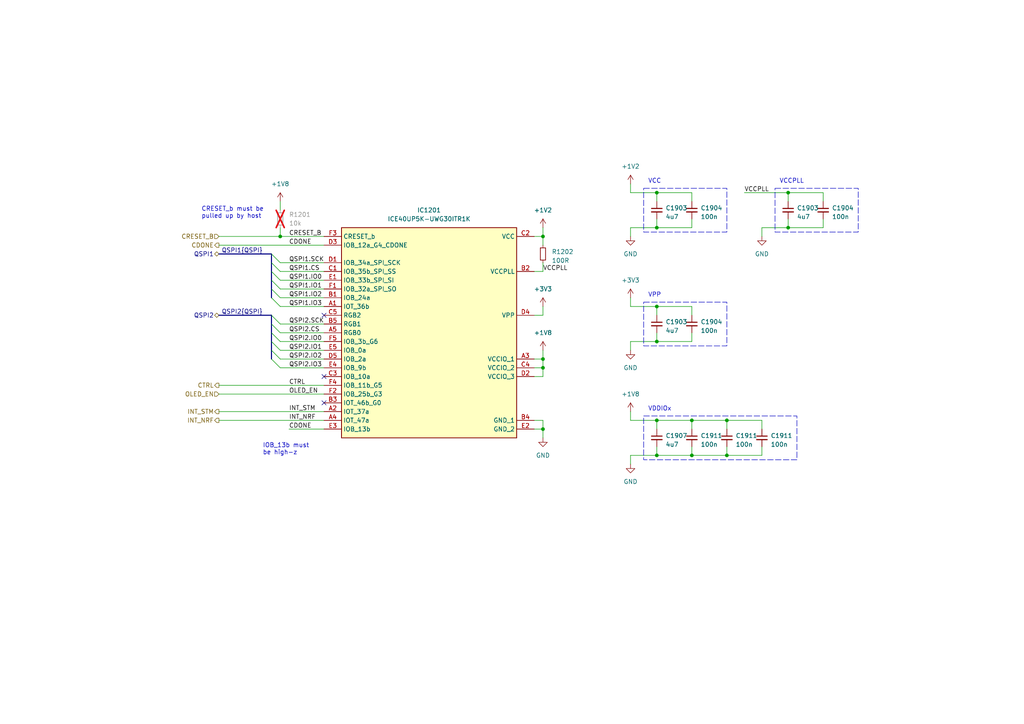
<source format=kicad_sch>
(kicad_sch (version 20230121) (generator eeschema)
  (paper "A4")
  (title_block (title "Watch FPGA") (date "2023-12-21") (rev "1") (comment 1 "Checked by Ben Smith 21/12/23"))
  (lib_symbols
    (symbol "Device:C_Small" (pin_numbers hide) (pin_names (offset 0.254) hide)
      (property "Reference" "C" (at 0.254 1.778 0))
      (property "Value" "C_Small" (at 0.254 -2.032 0))
      (symbol "C_Small_0_1"
        (polyline (pts (xy -1.524 -0.508) (xy 1.524 -0.508)) (stroke (width 0.3302)))
        (polyline (pts (xy -1.524 0.508) (xy 1.524 0.508)) (stroke (width 0.3048)))
      )
      (symbol "C_Small_1_1"
        (pin passive line (at 0 2.54 270) (length 2.032) (name "~") (number "1"))
        (pin passive line (at 0 -2.54 90) (length 2.032) (name "~") (number "2"))
      )
    )
    (symbol "Device:R_Small" (pin_numbers hide) (pin_names (offset 0.254) hide)
      (property "Reference" "R" (at 0.762 0.508 0))
      (property "Value" "R_Small" (at 0.762 -1.016 0))
      (symbol "R_Small_0_1"
        (rectangle (start -0.762 1.778) (end 0.762 -1.778) (stroke (width 0.2032)))
      )
      (symbol "R_Small_1_1"
        (pin passive line (at 0 2.54 270) (length 0.762) (name "~") (number "1"))
        (pin passive line (at 0 -2.54 90) (length 0.762) (name "~") (number "2"))
      )
    )
    (symbol "ICE40UP5K-UWG30ITR1K:ICE40UP5K-UWG30ITR1K"
      (property "Reference" "IC" (at 0 33.02 0))
      (property "Value" "ICE40UP5K-UWG30ITR1K" (at 0 30.48 0))
      (symbol "ICE40UP5K-UWG30ITR1K_1_1"
        (rectangle (start -25.4 27.94) (end 25.4 -33.02) (stroke (width 0.254)) (fill (type background)))
        (pin passive line (at -30.48 5.08 0) (length 5.08) (name "IOT_36b") (number "A1"))
        (pin passive line (at -30.48 -25.4 0) (length 5.08) (name "IOT_37a") (number "A2"))
        (pin passive line (at 30.48 -10.16 180) (length 5.08) (name "VCCIO_1") (number "A3"))
        (pin passive line (at -30.48 -27.94 0) (length 5.08) (name "IOT_47a") (number "A4"))
        (pin passive line (at -30.48 -2.54 0) (length 5.08) (name "RGB0") (number "A5"))
        (pin passive line (at -30.48 7.62 0) (length 5.08) (name "IOB_24a") (number "B1"))
        (pin passive line (at 30.48 15.24 180) (length 5.08) (name "VCCPLL") (number "B2"))
        (pin passive line (at -30.48 -22.86 0) (length 5.08) (name "IOT_46b_G0") (number "B3"))
        (pin passive line (at 30.48 -27.94 180) (length 5.08) (name "GND_1") (number "B4"))
        (pin passive line (at -30.48 0 0) (length 5.08) (name "RGB1") (number "B5"))
        (pin passive line (at -30.48 15.24 0) (length 5.08) (name "IOB_35b_SPI_SS") (number "C1"))
        (pin passive line (at 30.48 25.4 180) (length 5.08) (name "VCC") (number "C2"))
        (pin passive line (at -30.48 -15.24 0) (length 5.08) (name "IOB_10a") (number "C3"))
        (pin passive line (at 30.48 -12.7 180) (length 5.08) (name "VCCIO_2") (number "C4"))
        (pin passive line (at -30.48 2.54 0) (length 5.08) (name "RGB2") (number "C5"))
        (pin passive line (at -30.48 17.78 0) (length 5.08) (name "IOB_34a_SPI_SCK") (number "D1"))
        (pin passive line (at 30.48 -15.24 180) (length 5.08) (name "VCCIO_3") (number "D2"))
        (pin passive line (at -30.48 22.86 0) (length 5.08) (name "IOB_12a_G4_CDONE") (number "D3"))
        (pin passive line (at 30.48 2.54 180) (length 5.08) (name "VPP") (number "D4"))
        (pin passive line (at -30.48 -10.16 0) (length 5.08) (name "IOB_2a") (number "D5"))
        (pin passive line (at -30.48 12.7 0) (length 5.08) (name "IOB_33b_SPI_SI") (number "E1"))
        (pin passive line (at 30.48 -30.48 180) (length 5.08) (name "GND_2") (number "E2"))
        (pin passive line (at -30.48 -30.48 0) (length 5.08) (name "IOB_13b") (number "E3"))
        (pin passive line (at -30.48 -12.7 0) (length 5.08) (name "IOB_9b") (number "E4"))
        (pin passive line (at -30.48 -7.62 0) (length 5.08) (name "IOB_0a") (number "E5"))
        (pin passive line (at -30.48 10.16 0) (length 5.08) (name "IOB_32a_SPI_SO") (number "F1"))
        (pin passive line (at -30.48 -20.32 0) (length 5.08) (name "IOB_25b_G3") (number "F2"))
        (pin passive line (at -30.48 25.4 0) (length 5.08) (name "CRESET_b") (number "F3"))
        (pin passive line (at -30.48 -17.78 0) (length 5.08) (name "IOB_11b_G5") (number "F4"))
        (pin passive line (at -30.48 -5.08 0) (length 5.08) (name "IOB_3b_G6") (number "F5"))
      )
    )
    (symbol "power:+1V2" (power) (pin_names (offset 0))
      (property "Value" "+1V2" (at 0 3.556 0))
      (symbol "+1V2_0_1"
        (polyline (pts (xy -0.762 1.27) (xy 0 2.54)))
        (polyline (pts (xy 0 0) (xy 0 2.54)))
        (polyline (pts (xy 0 2.54) (xy 0.762 1.27)))
      )
      (symbol "+1V2_1_1"
        (pin power_in line (at 0 0 90) (length 0) hide (name "+1V2") (number "1"))
      )
    )
    (symbol "power:+1V8" (power) (pin_names (offset 0))
      (property "Value" "+1V8" (at 0 3.556 0))
      (symbol "+1V8_0_1"
        (polyline (pts (xy -0.762 1.27) (xy 0 2.54)))
        (polyline (pts (xy 0 0) (xy 0 2.54)))
        (polyline (pts (xy 0 2.54) (xy 0.762 1.27)))
      )
      (symbol "+1V8_1_1"
        (pin power_in line (at 0 0 90) (length 0) hide (name "+1V8") (number "1"))
      )
    )
    (symbol "power:+3V3" (power) (pin_names (offset 0))
      (property "Value" "+3V3" (at 0 3.556 0))
      (symbol "+3V3_0_1"
        (polyline (pts (xy -0.762 1.27) (xy 0 2.54)))
        (polyline (pts (xy 0 0) (xy 0 2.54)))
        (polyline (pts (xy 0 2.54) (xy 0.762 1.27)))
      )
      (symbol "+3V3_1_1"
        (pin power_in line (at 0 0 90) (length 0) hide (name "+3V3") (number "1"))
      )
    )
    (symbol "power:GND" (power) (pin_names (offset 0))
      (property "Value" "GND" (at 0 -3.81 0))
      (symbol "GND_0_1"
        (polyline (pts (xy 0 0) (xy 0 -1.27) (xy 1.27 -1.27) (xy 0 -2.54) (xy -1.27 -1.27) (xy 0 -1.27)))
      )
      (symbol "GND_1_1"
        (pin power_in line (at 0 0 270) (length 0) hide (name "GND") (number "1"))
      )
    )
  )
  (junction (at 200.66 132.08))
  (junction (at 157.48 106.68))
  (junction (at 190.5 55.88))
  (junction (at 190.5 88.9))
  (junction (at 228.6 66.04))
  (junction (at 190.5 99.06))
  (junction (at 228.6 55.88))
  (junction (at 157.48 104.14))
  (junction (at 157.48 124.46))
  (junction (at 190.5 132.08))
  (junction (at 190.5 121.92))
  (junction (at 210.82 132.08))
  (junction (at 200.66 121.92))
  (junction (at 157.48 68.58))
  (junction (at 210.82 121.92))
  (junction (at 190.5 66.04))
  (junction (at 81.28 68.58))
  (no_connect (at 93.98 91.44))
  (no_connect (at 93.98 109.22))
  (no_connect (at 93.98 116.84))
  (bus_entry (at 78.74 96.52) (size 2.54 2.54))
  (bus_entry (at 78.74 83.82) (size 2.54 2.54))
  (bus_entry (at 78.74 81.28) (size 2.54 2.54))
  (bus_entry (at 78.74 78.74) (size 2.54 2.54))
  (bus_entry (at 78.74 101.6) (size 2.54 2.54))
  (bus_entry (at 78.74 99.06) (size 2.54 2.54))
  (bus_entry (at 78.74 93.98) (size 2.54 2.54))
  (bus_entry (at 78.74 91.44) (size 2.54 2.54))
  (bus_entry (at 81.28 88.9) (size -2.54 -2.54))
  (bus_entry (at 78.74 73.66) (size 2.54 2.54))
  (bus_entry (at 78.74 76.2) (size 2.54 2.54))
  (bus_entry (at 81.28 106.68) (size -2.54 -2.54))
  (wire (pts (xy 81.28 99.06) (xy 93.98 99.06)))
  (wire (pts (xy 81.28 81.28) (xy 93.98 81.28)))
  (wire (pts (xy 81.28 66.04) (xy 81.28 68.58)))
  (wire (pts (xy 157.48 121.92) (xy 157.48 124.46)))
  (wire (pts (xy 200.66 132.08) (xy 190.5 132.08)))
  (wire (pts (xy 157.48 124.46) (xy 154.94 124.46)))
  (wire (pts (xy 228.6 66.04) (xy 228.6 63.5)))
  (bus (pts (xy 78.74 91.44) (xy 63.5 91.44)))
  (wire (pts (xy 200.66 66.04) (xy 190.5 66.04)))
  (wire (pts (xy 210.82 124.46) (xy 210.82 121.92)))
  (bus (pts (xy 78.74 83.82) (xy 78.74 86.36)))
  (bus (pts (xy 78.74 91.44) (xy 78.74 93.98)))
  (wire (pts (xy 81.28 76.2) (xy 93.98 76.2)))
  (wire (pts (xy 228.6 55.88) (xy 238.76 55.88)))
  (wire (pts (xy 182.88 134.62) (xy 182.88 132.08)))
  (wire (pts (xy 81.28 88.9) (xy 93.98 88.9)))
  (wire (pts (xy 190.5 129.54) (xy 190.5 132.08)))
  (wire (pts (xy 220.98 121.92) (xy 220.98 124.46)))
  (wire (pts (xy 154.94 91.44) (xy 157.48 91.44)))
  (bus (pts (xy 78.74 93.98) (xy 78.74 96.52)))
  (wire (pts (xy 220.98 132.08) (xy 210.82 132.08)))
  (wire (pts (xy 154.94 78.74) (xy 157.48 78.74)))
  (wire (pts (xy 157.48 76.2) (xy 157.48 78.74)))
  (wire (pts (xy 190.5 99.06) (xy 190.5 96.52)))
  (wire (pts (xy 83.82 124.46) (xy 93.98 124.46)))
  (wire (pts (xy 81.28 101.6) (xy 93.98 101.6)))
  (wire (pts (xy 63.5 71.12) (xy 93.98 71.12)))
  (wire (pts (xy 220.98 68.58) (xy 220.98 66.04)))
  (wire (pts (xy 182.88 68.58) (xy 182.88 66.04)))
  (wire (pts (xy 154.94 68.58) (xy 157.48 68.58)))
  (wire (pts (xy 182.88 55.88) (xy 190.5 55.88)))
  (bus (pts (xy 78.74 78.74) (xy 78.74 81.28)))
  (wire (pts (xy 190.5 55.88) (xy 190.5 58.42)))
  (wire (pts (xy 182.88 132.08) (xy 190.5 132.08)))
  (wire (pts (xy 154.94 109.22) (xy 157.48 109.22)))
  (wire (pts (xy 182.88 101.6) (xy 182.88 99.06)))
  (wire (pts (xy 157.48 68.58) (xy 157.48 71.12)))
  (wire (pts (xy 182.88 86.36) (xy 182.88 88.9)))
  (wire (pts (xy 190.5 55.88) (xy 200.66 55.88)))
  (wire (pts (xy 190.5 121.92) (xy 190.5 124.46)))
  (wire (pts (xy 200.66 58.42) (xy 200.66 55.88)))
  (wire (pts (xy 190.5 88.9) (xy 200.66 88.9)))
  (wire (pts (xy 154.94 121.92) (xy 157.48 121.92)))
  (wire (pts (xy 200.66 63.5) (xy 200.66 66.04)))
  (bus (pts (xy 78.74 81.28) (xy 78.74 83.82)))
  (wire (pts (xy 182.88 53.34) (xy 182.88 55.88)))
  (wire (pts (xy 81.28 68.58) (xy 93.98 68.58)))
  (wire (pts (xy 200.66 121.92) (xy 200.66 124.46)))
  (bus (pts (xy 78.74 96.52) (xy 78.74 99.06)))
  (wire (pts (xy 81.28 58.42) (xy 81.28 60.96)))
  (wire (pts (xy 182.88 66.04) (xy 190.5 66.04)))
  (wire (pts (xy 157.48 109.22) (xy 157.48 106.68)))
  (wire (pts (xy 182.88 121.92) (xy 190.5 121.92)))
  (wire (pts (xy 238.76 66.04) (xy 228.6 66.04)))
  (wire (pts (xy 200.66 91.44) (xy 200.66 88.9)))
  (wire (pts (xy 200.66 99.06) (xy 190.5 99.06)))
  (wire (pts (xy 210.82 132.08) (xy 200.66 132.08)))
  (wire (pts (xy 200.66 96.52) (xy 200.66 99.06)))
  (wire (pts (xy 81.28 106.68) (xy 93.98 106.68)))
  (wire (pts (xy 182.88 88.9) (xy 190.5 88.9)))
  (wire (pts (xy 81.28 83.82) (xy 93.98 83.82)))
  (wire (pts (xy 190.5 121.92) (xy 200.66 121.92)))
  (wire (pts (xy 238.76 58.42) (xy 238.76 55.88)))
  (bus (pts (xy 78.74 76.2) (xy 78.74 78.74)))
  (wire (pts (xy 63.5 121.92) (xy 93.98 121.92)))
  (wire (pts (xy 220.98 66.04) (xy 228.6 66.04)))
  (wire (pts (xy 81.28 93.98) (xy 93.98 93.98)))
  (wire (pts (xy 182.88 119.38) (xy 182.88 121.92)))
  (wire (pts (xy 81.28 78.74) (xy 93.98 78.74)))
  (wire (pts (xy 210.82 121.92) (xy 220.98 121.92)))
  (wire (pts (xy 157.48 106.68) (xy 157.48 104.14)))
  (wire (pts (xy 200.66 121.92) (xy 210.82 121.92)))
  (wire (pts (xy 63.5 68.58) (xy 81.28 68.58)))
  (bus (pts (xy 78.74 101.6) (xy 78.74 104.14)))
  (wire (pts (xy 210.82 129.54) (xy 210.82 132.08)))
  (wire (pts (xy 157.48 127) (xy 157.48 124.46)))
  (wire (pts (xy 190.5 66.04) (xy 190.5 63.5)))
  (wire (pts (xy 81.28 86.36) (xy 93.98 86.36)))
  (wire (pts (xy 157.48 91.44) (xy 157.48 88.9)))
  (wire (pts (xy 182.88 99.06) (xy 190.5 99.06)))
  (wire (pts (xy 157.48 104.14) (xy 154.94 104.14)))
  (wire (pts (xy 220.98 129.54) (xy 220.98 132.08)))
  (wire (pts (xy 215.9 55.88) (xy 228.6 55.88)))
  (wire (pts (xy 200.66 129.54) (xy 200.66 132.08)))
  (wire (pts (xy 238.76 63.5) (xy 238.76 66.04)))
  (wire (pts (xy 63.5 114.3) (xy 93.98 114.3)))
  (wire (pts (xy 157.48 68.58) (xy 157.48 66.04)))
  (wire (pts (xy 63.5 111.76) (xy 93.98 111.76)))
  (bus (pts (xy 78.74 73.66) (xy 63.5 73.66)))
  (bus (pts (xy 78.74 73.66) (xy 78.74 76.2)))
  (wire (pts (xy 190.5 88.9) (xy 190.5 91.44)))
  (wire (pts (xy 154.94 106.68) (xy 157.48 106.68)))
  (wire (pts (xy 63.5 119.38) (xy 93.98 119.38)))
  (wire (pts (xy 81.28 96.52) (xy 93.98 96.52)))
  (wire (pts (xy 228.6 55.88) (xy 228.6 58.42)))
  (wire (pts (xy 157.48 101.6) (xy 157.48 104.14)))
  (wire (pts (xy 81.28 104.14) (xy 93.98 104.14)))
  (bus (pts (xy 78.74 99.06) (xy 78.74 101.6)))
  (rectangle (start 186.69 54.61) (end 210.82 67.31) (stroke (width 0) (type dash)))
  (rectangle (start 186.69 120.65) (end 231.14 133.35) (stroke (width 0) (type dash)))
  (rectangle (start 224.79 54.61) (end 248.92 67.31) (stroke (width 0) (type dash)))
  (rectangle (start 186.69 87.63) (end 210.82 100.33) (stroke (width 0) (type dash)))
  (text "VCCPLL" (at 226.06 53.34 0) (effects (font (size 1.27 1.27)) (justify left bottom)))
  (text "VDDIOx" (at 187.96 119.38 0) (effects (font (size 1.27 1.27)) (justify left bottom)))
  (text "IOB_13b must\nbe high-z" (at 76.2 132.08 0) (effects (font (size 1.27 1.27)) (justify left bottom)))
  (text "CRESET_b must be\npulled up by host" (at 58.42 63.5 0) (effects (font (size 1.27 1.27)) (justify left bottom)))
  (text "VPP" (at 187.96 86.36 0) (effects (font (size 1.27 1.27)) (justify left bottom)))
  (text "VCC" (at 187.96 53.34 0) (effects (font (size 1.27 1.27)) (justify left bottom)))
  (label "VCCPLL" (at 215.9 55.88 0))
  (label "VCCPLL" (at 157.48 78.74 0))
  (label "QSPI1.CS" (at 83.82 78.74 0))
  (label "QSPI1{QSPI}" (at 76.2 73.66 180))
  (label "QSPI1.IO3" (at 83.82 88.9 0))
  (label "QSPI2.IO2" (at 83.82 104.14 0))
  (label "CDONE" (at 83.82 71.12 0))
  (label "INT_NRF" (at 83.82 121.92 0))
  (label "CDONE" (at 83.82 124.46 0))
  (label "QSPI2{QSPI}" (at 76.2 91.44 180))
  (label "QSPI2.SCK" (at 83.82 93.98 0))
  (label "CTRL" (at 83.82 111.76 0))
  (label "QSPI1.SCK" (at 83.82 76.2 0))
  (label "QSPI1.IO2" (at 83.82 86.36 0))
  (label "QSPI1.IO1" (at 83.82 83.82 0))
  (label "QSPI2.IO3" (at 83.82 106.68 0))
  (label "QSPI2.CS" (at 83.82 96.52 0))
  (label "QSPI2.IO1" (at 83.82 101.6 0))
  (label "INT_STM" (at 83.82 119.38 0))
  (label "OLED_EN" (at 83.82 114.3 0))
  (label "QSPI2.IO0" (at 83.82 99.06 0))
  (label "CRESET_B" (at 83.82 68.58 0))
  (label "QSPI1.IO0" (at 83.82 81.28 0))
  (hierarchical_label "QSPI1" (shape bidirectional) (at 63.5 73.66 180) (property "DSI" "DSI" (effects hide)))
  (hierarchical_label "CTRL" (shape output) (at 63.5 111.76 180))
  (hierarchical_label "CRESET_B" (shape input) (at 63.5 68.58 180))
  (hierarchical_label "CDONE" (shape output) (at 63.5 71.12 180))
  (hierarchical_label "INT_NRF" (shape output) (at 63.5 121.92 180))
  (hierarchical_label "INT_STM" (shape output) (at 63.5 119.38 180))
  (hierarchical_label "QSPI2" (shape bidirectional) (at 63.5 91.44 180) (property "DSI" "DSI" (effects hide)))
  (hierarchical_label "OLED_EN" (shape input) (at 63.5 114.3 180))
  (symbol (lib_id "power:+1V2") (at 182.88 53.34 0) (unit 1)
    (property "Reference" "#PWR01206" (effects hide))
    (property "Value" "+1V2" (at 182.88 48.26 0))
  )
  (symbol (lib_id "power:GND") (at 220.98 68.58 0) (unit 1)
    (property "Reference" "#PWR0704" (effects hide))
    (property "Value" "GND" (at 220.98 73.66 0))
    (instances (project "watch_main" (path "" (reference "#PWR0704") (unit 1)) (path "" (reference "#PWR01905") (unit 1)) (path "" (reference "#PWR01212") (unit 1))))
  )
  (symbol (lib_id "Device:C_Small") (at 228.6 60.96 0) (unit 1)
    (property "Reference" "C1903" (at 231.14 60.3313 0) (effects (justify left)))
    (property "Value" "4u7" (at 231.14 62.8713 0) (effects (justify left)))
    (property "Footprint" "Capacitor_SMD:C_0402_1005Metric" (effects hide))
    (instances (project "watch_main" (path "" (reference "C1903") (unit 1)) (path "" (reference "C1209") (unit 1))))
  )
  (symbol (lib_id "Device:C_Small") (at 200.66 93.98 0) (unit 1)
    (property "Reference" "C1904" (at 203.2 93.3513 0) (effects (justify left)))
    (property "Value" "100n" (at 203.2 95.8913 0) (effects (justify left)))
    (property "Footprint" "Capacitor_SMD:C_0402_1005Metric" (effects hide))
    (instances (project "watch_main" (path "" (reference "C1904") (unit 1)) (path "" (reference "C1205") (unit 1))))
  )
  (symbol (lib_id "Device:C_Small") (at 190.5 127 0) (unit 1)
    (property "Reference" "C1907" (at 193.04 126.3713 0) (effects (justify left)))
    (property "Value" "4u7" (at 193.04 128.9113 0) (effects (justify left)))
    (property "Footprint" "Capacitor_SMD:C_0402_1005Metric" (effects hide))
    (instances (project "watch_main" (path "" (reference "C1907") (unit 1)) (path "" (reference "C1203") (unit 1))))
  )
  (symbol (lib_id "Device:R_Small") (at 81.28 63.5 0) (unit 1) (in_bom no) (on_board no) (dnp yes)
    (property "Reference" "R1201" (at 83.82 62.23 0) (effects (justify left)))
    (property "Value" "10k" (at 83.82 64.77 0) (effects (justify left)))
    (property "Footprint" "Resistor_SMD:R_0402_1005Metric" (effects hide))
  )
  (symbol (lib_id "power:GND") (at 182.88 101.6 0) (unit 1)
    (property "Reference" "#PWR0704" (effects hide))
    (property "Value" "GND" (at 182.88 106.68 0))
    (instances (project "watch_main" (path "" (reference "#PWR0704") (unit 1)) (path "" (reference "#PWR01905") (unit 1)) (path "" (reference "#PWR01209") (unit 1))))
  )
  (symbol (lib_id "Device:C_Small") (at 190.5 93.98 0) (unit 1)
    (property "Reference" "C1903" (at 193.04 93.3513 0) (effects (justify left)))
    (property "Value" "4u7" (at 193.04 95.8913 0) (effects (justify left)))
    (property "Footprint" "Capacitor_SMD:C_0402_1005Metric" (effects hide))
    (instances (project "watch_main" (path "" (reference "C1903") (unit 1)) (path "" (reference "C1202") (unit 1))))
  )
  (symbol (lib_id "power:+3V3") (at 182.88 86.36 0) (unit 1)
    (property "Reference" "#PWR01208" (effects hide))
    (property "Value" "+3V3" (at 182.88 81.28 0))
  )
  (symbol (lib_id "power:GND") (at 157.48 127 0) (unit 1)
    (property "Reference" "#PWR01205" (effects hide))
    (property "Value" "GND" (at 157.48 132.08 0))
  )
  (symbol (lib_id "power:GND") (at 182.88 134.62 0) (unit 1)
    (property "Reference" "#PWR0704" (effects hide))
    (property "Value" "GND" (at 182.88 139.7 0))
    (instances (project "watch_main" (path "" (reference "#PWR0704") (unit 1)) (path "" (reference "#PWR01911") (unit 1)) (path "" (reference "#PWR01211") (unit 1))))
  )
  (symbol (lib_id "Device:C_Small") (at 210.82 127 0) (unit 1)
    (property "Reference" "C1911" (at 213.36 126.3713 0) (effects (justify left)))
    (property "Value" "100n" (at 213.36 128.9113 0) (effects (justify left)))
    (property "Footprint" "Capacitor_SMD:C_0402_1005Metric" (effects hide))
    (instances (project "watch_main" (path "" (reference "C1911") (unit 1)) (path "" (reference "C1207") (unit 1))))
  )
  (symbol (lib_id "Device:C_Small") (at 190.5 60.96 0) (unit 1)
    (property "Reference" "C1903" (at 193.04 60.3313 0) (effects (justify left)))
    (property "Value" "4u7" (at 193.04 62.8713 0) (effects (justify left)))
    (property "Footprint" "Capacitor_SMD:C_0402_1005Metric" (effects hide))
    (instances (project "watch_main" (path "" (reference "C1903") (unit 1)) (path "" (reference "C1201") (unit 1))))
  )
  (symbol (lib_id "power:+3V3") (at 157.48 88.9 0) (unit 1)
    (property "Reference" "#PWR01203" (effects hide))
    (property "Value" "+3V3" (at 157.48 83.82 0))
  )
  (symbol (lib_id "power:+1V8") (at 182.88 119.38 0) (unit 1)
    (property "Reference" "#PWR01210" (effects hide))
    (property "Value" "+1V8" (at 182.88 114.3 0))
  )
  (symbol (lib_id "Device:C_Small") (at 200.66 127 0) (unit 1)
    (property "Reference" "C1911" (at 203.2 126.3713 0) (effects (justify left)))
    (property "Value" "100n" (at 203.2 128.9113 0) (effects (justify left)))
    (property "Footprint" "Capacitor_SMD:C_0402_1005Metric" (effects hide))
    (instances (project "watch_main" (path "" (reference "C1911") (unit 1)) (path "" (reference "C1206") (unit 1))))
  )
  (symbol (lib_id "power:+1V2") (at 157.48 66.04 0) (unit 1)
    (property "Reference" "#PWR01202" (effects hide))
    (property "Value" "+1V2" (at 157.48 60.96 0))
  )
  (symbol (lib_id "power:+1V8") (at 81.28 58.42 0) (unit 1)
    (property "Reference" "#PWR01201" (effects hide))
    (property "Value" "+1V8" (at 81.28 53.34 0))
  )
  (symbol (lib_id "Device:C_Small") (at 200.66 60.96 0) (unit 1)
    (property "Reference" "C1904" (at 203.2 60.3313 0) (effects (justify left)))
    (property "Value" "100n" (at 203.2 62.8713 0) (effects (justify left)))
    (property "Footprint" "Capacitor_SMD:C_0402_1005Metric" (effects hide))
    (instances (project "watch_main" (path "" (reference "C1904") (unit 1)) (path "" (reference "C1204") (unit 1))))
  )
  (symbol (lib_id "power:+1V8") (at 157.48 101.6 0) (unit 1)
    (property "Reference" "#PWR01204" (effects hide))
    (property "Value" "+1V8" (at 157.48 96.52 0))
  )
  (symbol (lib_id "Device:C_Small") (at 220.98 127 0) (unit 1)
    (property "Reference" "C1911" (at 223.52 126.3713 0) (effects (justify left)))
    (property "Value" "100n" (at 223.52 128.9113 0) (effects (justify left)))
    (property "Footprint" "Capacitor_SMD:C_0402_1005Metric" (effects hide))
    (instances (project "watch_main" (path "" (reference "C1911") (unit 1)) (path "" (reference "C1208") (unit 1))))
  )
  (symbol (lib_id "Device:R_Small") (at 157.48 73.66 0) (unit 1)
    (property "Reference" "R1202" (at 160.02 73.025 0) (effects (justify left)))
    (property "Value" "100R" (at 160.02 75.565 0) (effects (justify left)))
    (property "Footprint" "Resistor_SMD:R_0402_1005Metric" (effects hide))
  )
  (symbol (lib_id "Device:C_Small") (at 238.76 60.96 0) (unit 1)
    (property "Reference" "C1904" (at 241.3 60.3313 0) (effects (justify left)))
    (property "Value" "100n" (at 241.3 62.8713 0) (effects (justify left)))
    (property "Footprint" "Capacitor_SMD:C_0402_1005Metric" (effects hide))
    (instances (project "watch_main" (path "" (reference "C1904") (unit 1)) (path "" (reference "C1210") (unit 1))))
  )
  (symbol (lib_id "ICE40UP5K-UWG30ITR1K:ICE40UP5K-UWG30ITR1K") (at 124.46 93.98 0) (unit 1)
    (property "Reference" "IC1201" (at 124.46 60.96 0))
    (property "Value" "ICE40UP5K-UWG30ITR1K" (at 124.46 63.5 0))
    (property "Footprint" "watch_footprints:BGA30C40P5X6_211X254X60_modified" (effects hide))
    (property "Datasheet" "https://www.latticesemi.com/-/media/LatticeSemi/Documents/DataSheets/iCE/iCE40%20UltraPlus%20Family%20Data%20Sheet.pdf?document_id=51968" (effects hide))
    (property "Height" "0.6" (effects hide))
    (property "Mouser Part Number" "842-40UP5KUWG30ITR1K" (effects hide))
    (property "Mouser Price/Stock" "https://www.mouser.co.uk/ProductDetail/Lattice/ICE40UP5K-UWG30ITR1K?qs=Rp3RbKSfAt0rwndd2oX17g%3D%3D" (effects hide))
    (property "Manufacturer_Name" "Lattice Semiconductor" (effects hide))
    (property "Manufacturer_Part_Number" "ICE40UP5K-UWG30ITR1K" (effects hide))
  )
  (symbol (lib_id "power:GND") (at 182.88 68.58 0) (unit 1)
    (property "Reference" "#PWR0704" (effects hide))
    (property "Value" "GND" (at 182.88 73.66 0))
    (instances (project "watch_main" (path "" (reference "#PWR0704") (unit 1)) (path "" (reference "#PWR01905") (unit 1)) (path "" (reference "#PWR01207") (unit 1))))
  )
)
</source>
